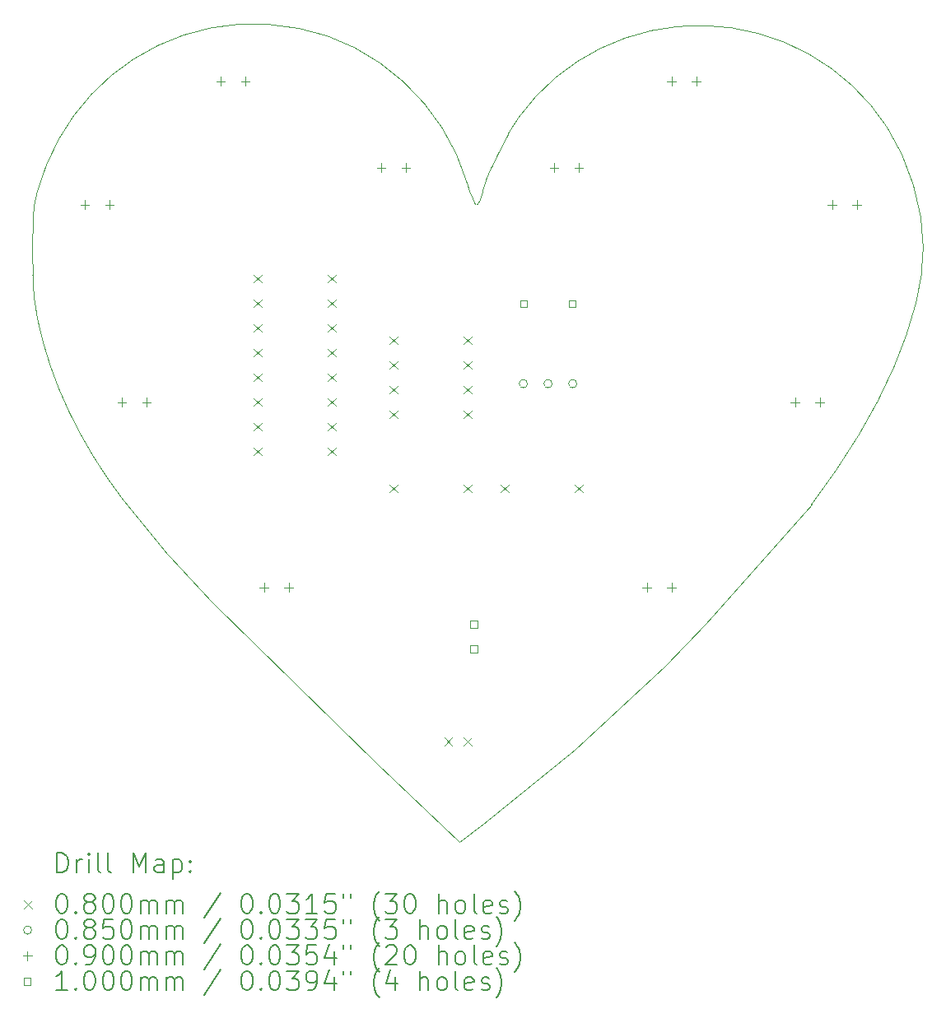
<source format=gbr>
%TF.GenerationSoftware,KiCad,Pcbnew,9.0.6*%
%TF.CreationDate,2026-02-17T17:24:49+05:30*%
%TF.ProjectId,blinky,626c696e-6b79-42e6-9b69-6361645f7063,rev?*%
%TF.SameCoordinates,Original*%
%TF.FileFunction,Drillmap*%
%TF.FilePolarity,Positive*%
%FSLAX45Y45*%
G04 Gerber Fmt 4.5, Leading zero omitted, Abs format (unit mm)*
G04 Created by KiCad (PCBNEW 9.0.6) date 2026-02-17 17:24:49*
%MOMM*%
%LPD*%
G01*
G04 APERTURE LIST*
%ADD10C,0.060000*%
%ADD11C,0.050000*%
%ADD12C,0.200000*%
%ADD13C,0.100000*%
G04 APERTURE END LIST*
D10*
X15487009Y-8118130D02*
X15541693Y-7994553D01*
X13191184Y-6654712D02*
G75*
G02*
X13503490Y-6695761I-205704J-2773578D01*
G01*
X17682267Y-6666560D02*
G75*
G02*
X18748596Y-6959822I-63177J-2314990D01*
G01*
X19923490Y-8953500D02*
G75*
G02*
X19849538Y-9520581I-2322730J14540D01*
G01*
X12633184Y-12622181D02*
G75*
G02*
X11690411Y-11537748I8015206J7920201D01*
G01*
X14072398Y-6891686D02*
G75*
G02*
X14579793Y-7245554I-1068618J-2072944D01*
G01*
X16336297Y-14113336D02*
X15400184Y-14875187D01*
X12314286Y-6765707D02*
G75*
G02*
X12601991Y-6689417I732924J-2183353D01*
G01*
X11690412Y-11537748D02*
G75*
G02*
X11138841Y-10637216I4111558J3137488D01*
G01*
X15151879Y-15064173D02*
X14305184Y-14260701D01*
X15391661Y-8380086D02*
G75*
G02*
X15487008Y-8118130I1322189J-332924D01*
G01*
X15339636Y-8508166D02*
G75*
G02*
X15325920Y-8512723I-9896J6866D01*
G01*
X11138841Y-10637216D02*
G75*
G02*
X10816305Y-9688673I3788039J1817166D01*
G01*
X15765042Y-7610042D02*
G75*
G02*
X16603580Y-6901445I1833258J-1318988D01*
G01*
X14305184Y-14260701D02*
X12633184Y-12622181D01*
X19262960Y-10875492D02*
G75*
G02*
X18774263Y-11595250I-7285450J4420852D01*
G01*
X15325919Y-8512726D02*
G75*
G02*
X15311381Y-8499589I7721J23156D01*
G01*
X15400184Y-14875187D02*
X15151879Y-15064173D01*
X11034179Y-7835379D02*
G75*
G02*
X11370038Y-7373437I2043241J-1132491D01*
G01*
D11*
X19923760Y-8953500D02*
X19923490Y-8938959D01*
D10*
X10816305Y-9688673D02*
G75*
G02*
X10767773Y-9227751I2197815J464433D01*
G01*
X14978804Y-7722608D02*
G75*
G02*
X15230459Y-8278983I-1854874J-1174082D01*
G01*
X10767773Y-9227751D02*
X10759373Y-8996826D01*
X10771475Y-8622649D02*
G75*
G02*
X10814253Y-8371986I1236295J-82001D01*
G01*
X19624728Y-10175254D02*
G75*
G02*
X19262959Y-10875492I-5280988J2284784D01*
G01*
X15541693Y-7994553D02*
X15652602Y-7784633D01*
X11370038Y-7373437D02*
G75*
G02*
X11804451Y-7010671I1674522J-1563753D01*
G01*
X19552591Y-7713408D02*
G75*
G02*
X19704605Y-7992862I-1759171J-1138002D01*
G01*
X19704604Y-7992862D02*
G75*
G02*
X19822596Y-8308208I-2394874J-1075828D01*
G01*
X17273101Y-13251972D02*
X16336297Y-14113336D01*
X11804450Y-7010670D02*
G75*
G02*
X12314286Y-6765708I1237320J-1922170D01*
G01*
X15652602Y-7784633D02*
G75*
G02*
X15765042Y-7610042I1749298J-1003077D01*
G01*
X15257774Y-8365477D02*
X15285572Y-8439971D01*
X12892476Y-6652430D02*
G75*
G02*
X13191184Y-6654712I132194J-2247450D01*
G01*
X10814252Y-8371985D02*
G75*
G02*
X11034179Y-7835379I2390028J-666175D01*
G01*
X16603580Y-6901446D02*
G75*
G02*
X17682267Y-6666560I1015770J-2070494D01*
G01*
X14579793Y-7245554D02*
G75*
G02*
X14978804Y-7722608I-1593713J-1738386D01*
G01*
X18774263Y-11595250D02*
X17688409Y-12824485D01*
X15285572Y-8439971D02*
X15311382Y-8499589D01*
X19849494Y-9520570D02*
G75*
G02*
X19624728Y-10175254I-4321424J1117700D01*
G01*
X13503490Y-6695762D02*
G75*
G02*
X14072397Y-6891686I-389680J-2055448D01*
G01*
D11*
X17273101Y-13251972D02*
X17688409Y-12824485D01*
D10*
X18748596Y-6959822D02*
G75*
G02*
X19552592Y-7713407I-1114306J-1994528D01*
G01*
X15230458Y-8278983D02*
X15257774Y-8365477D01*
X15357539Y-8477866D02*
G75*
G02*
X15339636Y-8508167I-214619J106366D01*
G01*
X12601991Y-6689416D02*
G75*
G02*
X12892476Y-6652430I417209J-2117464D01*
G01*
X19822596Y-8308208D02*
G75*
G02*
X19898250Y-8632581I-2464096J-745712D01*
G01*
X10759373Y-8996826D02*
X10771475Y-8622649D01*
X19898250Y-8632581D02*
G75*
G02*
X19923490Y-8938959I-1846770J-306369D01*
G01*
D11*
X15357539Y-8477866D02*
X15391661Y-8380086D01*
D12*
D13*
X13041500Y-9231000D02*
X13121500Y-9311000D01*
X13121500Y-9231000D02*
X13041500Y-9311000D01*
X13041500Y-9485000D02*
X13121500Y-9565000D01*
X13121500Y-9485000D02*
X13041500Y-9565000D01*
X13041500Y-9739000D02*
X13121500Y-9819000D01*
X13121500Y-9739000D02*
X13041500Y-9819000D01*
X13041500Y-9993000D02*
X13121500Y-10073000D01*
X13121500Y-9993000D02*
X13041500Y-10073000D01*
X13041500Y-10247000D02*
X13121500Y-10327000D01*
X13121500Y-10247000D02*
X13041500Y-10327000D01*
X13041500Y-10501000D02*
X13121500Y-10581000D01*
X13121500Y-10501000D02*
X13041500Y-10581000D01*
X13041500Y-10755000D02*
X13121500Y-10835000D01*
X13121500Y-10755000D02*
X13041500Y-10835000D01*
X13041500Y-11009000D02*
X13121500Y-11089000D01*
X13121500Y-11009000D02*
X13041500Y-11089000D01*
X13803500Y-9231000D02*
X13883500Y-9311000D01*
X13883500Y-9231000D02*
X13803500Y-9311000D01*
X13803500Y-9485000D02*
X13883500Y-9565000D01*
X13883500Y-9485000D02*
X13803500Y-9565000D01*
X13803500Y-9739000D02*
X13883500Y-9819000D01*
X13883500Y-9739000D02*
X13803500Y-9819000D01*
X13803500Y-9993000D02*
X13883500Y-10073000D01*
X13883500Y-9993000D02*
X13803500Y-10073000D01*
X13803500Y-10247000D02*
X13883500Y-10327000D01*
X13883500Y-10247000D02*
X13803500Y-10327000D01*
X13803500Y-10501000D02*
X13883500Y-10581000D01*
X13883500Y-10501000D02*
X13803500Y-10581000D01*
X13803500Y-10755000D02*
X13883500Y-10835000D01*
X13883500Y-10755000D02*
X13803500Y-10835000D01*
X13803500Y-11009000D02*
X13883500Y-11089000D01*
X13883500Y-11009000D02*
X13803500Y-11089000D01*
X14438000Y-9866000D02*
X14518000Y-9946000D01*
X14518000Y-9866000D02*
X14438000Y-9946000D01*
X14438000Y-10120000D02*
X14518000Y-10200000D01*
X14518000Y-10120000D02*
X14438000Y-10200000D01*
X14438000Y-10374000D02*
X14518000Y-10454000D01*
X14518000Y-10374000D02*
X14438000Y-10454000D01*
X14438000Y-10628000D02*
X14518000Y-10708000D01*
X14518000Y-10628000D02*
X14438000Y-10708000D01*
X14438000Y-11390000D02*
X14518000Y-11470000D01*
X14518000Y-11390000D02*
X14438000Y-11470000D01*
X15000000Y-13993500D02*
X15080000Y-14073500D01*
X15080000Y-13993500D02*
X15000000Y-14073500D01*
X15200000Y-9866000D02*
X15280000Y-9946000D01*
X15280000Y-9866000D02*
X15200000Y-9946000D01*
X15200000Y-10120000D02*
X15280000Y-10200000D01*
X15280000Y-10120000D02*
X15200000Y-10200000D01*
X15200000Y-10374000D02*
X15280000Y-10454000D01*
X15280000Y-10374000D02*
X15200000Y-10454000D01*
X15200000Y-10628000D02*
X15280000Y-10708000D01*
X15280000Y-10628000D02*
X15200000Y-10708000D01*
X15200000Y-11390000D02*
X15280000Y-11470000D01*
X15280000Y-11390000D02*
X15200000Y-11470000D01*
X15200000Y-13993500D02*
X15280000Y-14073500D01*
X15280000Y-13993500D02*
X15200000Y-14073500D01*
X15581000Y-11390000D02*
X15661000Y-11470000D01*
X15661000Y-11390000D02*
X15581000Y-11470000D01*
X16343000Y-11390000D02*
X16423000Y-11470000D01*
X16423000Y-11390000D02*
X16343000Y-11470000D01*
X15854000Y-10350500D02*
G75*
G02*
X15769000Y-10350500I-42500J0D01*
G01*
X15769000Y-10350500D02*
G75*
G02*
X15854000Y-10350500I42500J0D01*
G01*
X16108000Y-10350500D02*
G75*
G02*
X16023000Y-10350500I-42500J0D01*
G01*
X16023000Y-10350500D02*
G75*
G02*
X16108000Y-10350500I42500J0D01*
G01*
X16362000Y-10350500D02*
G75*
G02*
X16277000Y-10350500I-42500J0D01*
G01*
X16277000Y-10350500D02*
G75*
G02*
X16362000Y-10350500I42500J0D01*
G01*
X11303000Y-8464000D02*
X11303000Y-8554000D01*
X11258000Y-8509000D02*
X11348000Y-8509000D01*
X11557000Y-8464000D02*
X11557000Y-8554000D01*
X11512000Y-8509000D02*
X11602000Y-8509000D01*
X11684000Y-10496000D02*
X11684000Y-10586000D01*
X11639000Y-10541000D02*
X11729000Y-10541000D01*
X11938000Y-10496000D02*
X11938000Y-10586000D01*
X11893000Y-10541000D02*
X11983000Y-10541000D01*
X12700000Y-7194000D02*
X12700000Y-7284000D01*
X12655000Y-7239000D02*
X12745000Y-7239000D01*
X12954000Y-7194000D02*
X12954000Y-7284000D01*
X12909000Y-7239000D02*
X12999000Y-7239000D01*
X13144500Y-12401000D02*
X13144500Y-12491000D01*
X13099500Y-12446000D02*
X13189500Y-12446000D01*
X13398500Y-12401000D02*
X13398500Y-12491000D01*
X13353500Y-12446000D02*
X13443500Y-12446000D01*
X14351000Y-8083000D02*
X14351000Y-8173000D01*
X14306000Y-8128000D02*
X14396000Y-8128000D01*
X14605000Y-8083000D02*
X14605000Y-8173000D01*
X14560000Y-8128000D02*
X14650000Y-8128000D01*
X16129000Y-8083000D02*
X16129000Y-8173000D01*
X16084000Y-8128000D02*
X16174000Y-8128000D01*
X16383000Y-8083000D02*
X16383000Y-8173000D01*
X16338000Y-8128000D02*
X16428000Y-8128000D01*
X17081500Y-12401000D02*
X17081500Y-12491000D01*
X17036500Y-12446000D02*
X17126500Y-12446000D01*
X17335500Y-7194000D02*
X17335500Y-7284000D01*
X17290500Y-7239000D02*
X17380500Y-7239000D01*
X17335500Y-12401000D02*
X17335500Y-12491000D01*
X17290500Y-12446000D02*
X17380500Y-12446000D01*
X17589500Y-7194000D02*
X17589500Y-7284000D01*
X17544500Y-7239000D02*
X17634500Y-7239000D01*
X18605500Y-10496000D02*
X18605500Y-10586000D01*
X18560500Y-10541000D02*
X18650500Y-10541000D01*
X18859500Y-10496000D02*
X18859500Y-10586000D01*
X18814500Y-10541000D02*
X18904500Y-10541000D01*
X18986500Y-8464000D02*
X18986500Y-8554000D01*
X18941500Y-8509000D02*
X19031500Y-8509000D01*
X19240500Y-8464000D02*
X19240500Y-8554000D01*
X19195500Y-8509000D02*
X19285500Y-8509000D01*
X15338856Y-12861856D02*
X15338856Y-12791144D01*
X15268144Y-12791144D01*
X15268144Y-12861856D01*
X15338856Y-12861856D01*
X15338856Y-13115856D02*
X15338856Y-13045144D01*
X15268144Y-13045144D01*
X15268144Y-13115856D01*
X15338856Y-13115856D01*
X15850856Y-9560356D02*
X15850856Y-9489644D01*
X15780144Y-9489644D01*
X15780144Y-9560356D01*
X15850856Y-9560356D01*
X16350856Y-9560356D02*
X16350856Y-9489644D01*
X16280144Y-9489644D01*
X16280144Y-9560356D01*
X16350856Y-9560356D01*
D12*
X11017150Y-15378657D02*
X11017150Y-15178657D01*
X11017150Y-15178657D02*
X11064769Y-15178657D01*
X11064769Y-15178657D02*
X11093341Y-15188180D01*
X11093341Y-15188180D02*
X11112388Y-15207228D01*
X11112388Y-15207228D02*
X11121912Y-15226276D01*
X11121912Y-15226276D02*
X11131436Y-15264371D01*
X11131436Y-15264371D02*
X11131436Y-15292942D01*
X11131436Y-15292942D02*
X11121912Y-15331037D01*
X11121912Y-15331037D02*
X11112388Y-15350085D01*
X11112388Y-15350085D02*
X11093341Y-15369133D01*
X11093341Y-15369133D02*
X11064769Y-15378657D01*
X11064769Y-15378657D02*
X11017150Y-15378657D01*
X11217150Y-15378657D02*
X11217150Y-15245323D01*
X11217150Y-15283418D02*
X11226674Y-15264371D01*
X11226674Y-15264371D02*
X11236198Y-15254847D01*
X11236198Y-15254847D02*
X11255245Y-15245323D01*
X11255245Y-15245323D02*
X11274293Y-15245323D01*
X11340960Y-15378657D02*
X11340960Y-15245323D01*
X11340960Y-15178657D02*
X11331436Y-15188180D01*
X11331436Y-15188180D02*
X11340960Y-15197704D01*
X11340960Y-15197704D02*
X11350483Y-15188180D01*
X11350483Y-15188180D02*
X11340960Y-15178657D01*
X11340960Y-15178657D02*
X11340960Y-15197704D01*
X11464769Y-15378657D02*
X11445721Y-15369133D01*
X11445721Y-15369133D02*
X11436198Y-15350085D01*
X11436198Y-15350085D02*
X11436198Y-15178657D01*
X11569531Y-15378657D02*
X11550483Y-15369133D01*
X11550483Y-15369133D02*
X11540960Y-15350085D01*
X11540960Y-15350085D02*
X11540960Y-15178657D01*
X11798102Y-15378657D02*
X11798102Y-15178657D01*
X11798102Y-15178657D02*
X11864769Y-15321514D01*
X11864769Y-15321514D02*
X11931436Y-15178657D01*
X11931436Y-15178657D02*
X11931436Y-15378657D01*
X12112388Y-15378657D02*
X12112388Y-15273895D01*
X12112388Y-15273895D02*
X12102864Y-15254847D01*
X12102864Y-15254847D02*
X12083817Y-15245323D01*
X12083817Y-15245323D02*
X12045721Y-15245323D01*
X12045721Y-15245323D02*
X12026674Y-15254847D01*
X12112388Y-15369133D02*
X12093341Y-15378657D01*
X12093341Y-15378657D02*
X12045721Y-15378657D01*
X12045721Y-15378657D02*
X12026674Y-15369133D01*
X12026674Y-15369133D02*
X12017150Y-15350085D01*
X12017150Y-15350085D02*
X12017150Y-15331037D01*
X12017150Y-15331037D02*
X12026674Y-15311990D01*
X12026674Y-15311990D02*
X12045721Y-15302466D01*
X12045721Y-15302466D02*
X12093341Y-15302466D01*
X12093341Y-15302466D02*
X12112388Y-15292942D01*
X12207626Y-15245323D02*
X12207626Y-15445323D01*
X12207626Y-15254847D02*
X12226674Y-15245323D01*
X12226674Y-15245323D02*
X12264769Y-15245323D01*
X12264769Y-15245323D02*
X12283817Y-15254847D01*
X12283817Y-15254847D02*
X12293341Y-15264371D01*
X12293341Y-15264371D02*
X12302864Y-15283418D01*
X12302864Y-15283418D02*
X12302864Y-15340561D01*
X12302864Y-15340561D02*
X12293341Y-15359609D01*
X12293341Y-15359609D02*
X12283817Y-15369133D01*
X12283817Y-15369133D02*
X12264769Y-15378657D01*
X12264769Y-15378657D02*
X12226674Y-15378657D01*
X12226674Y-15378657D02*
X12207626Y-15369133D01*
X12388579Y-15359609D02*
X12398102Y-15369133D01*
X12398102Y-15369133D02*
X12388579Y-15378657D01*
X12388579Y-15378657D02*
X12379055Y-15369133D01*
X12379055Y-15369133D02*
X12388579Y-15359609D01*
X12388579Y-15359609D02*
X12388579Y-15378657D01*
X12388579Y-15254847D02*
X12398102Y-15264371D01*
X12398102Y-15264371D02*
X12388579Y-15273895D01*
X12388579Y-15273895D02*
X12379055Y-15264371D01*
X12379055Y-15264371D02*
X12388579Y-15254847D01*
X12388579Y-15254847D02*
X12388579Y-15273895D01*
D13*
X10676373Y-15667173D02*
X10756373Y-15747173D01*
X10756373Y-15667173D02*
X10676373Y-15747173D01*
D12*
X11055245Y-15598657D02*
X11074293Y-15598657D01*
X11074293Y-15598657D02*
X11093341Y-15608180D01*
X11093341Y-15608180D02*
X11102864Y-15617704D01*
X11102864Y-15617704D02*
X11112388Y-15636752D01*
X11112388Y-15636752D02*
X11121912Y-15674847D01*
X11121912Y-15674847D02*
X11121912Y-15722466D01*
X11121912Y-15722466D02*
X11112388Y-15760561D01*
X11112388Y-15760561D02*
X11102864Y-15779609D01*
X11102864Y-15779609D02*
X11093341Y-15789133D01*
X11093341Y-15789133D02*
X11074293Y-15798657D01*
X11074293Y-15798657D02*
X11055245Y-15798657D01*
X11055245Y-15798657D02*
X11036198Y-15789133D01*
X11036198Y-15789133D02*
X11026674Y-15779609D01*
X11026674Y-15779609D02*
X11017150Y-15760561D01*
X11017150Y-15760561D02*
X11007626Y-15722466D01*
X11007626Y-15722466D02*
X11007626Y-15674847D01*
X11007626Y-15674847D02*
X11017150Y-15636752D01*
X11017150Y-15636752D02*
X11026674Y-15617704D01*
X11026674Y-15617704D02*
X11036198Y-15608180D01*
X11036198Y-15608180D02*
X11055245Y-15598657D01*
X11207626Y-15779609D02*
X11217150Y-15789133D01*
X11217150Y-15789133D02*
X11207626Y-15798657D01*
X11207626Y-15798657D02*
X11198102Y-15789133D01*
X11198102Y-15789133D02*
X11207626Y-15779609D01*
X11207626Y-15779609D02*
X11207626Y-15798657D01*
X11331436Y-15684371D02*
X11312388Y-15674847D01*
X11312388Y-15674847D02*
X11302864Y-15665323D01*
X11302864Y-15665323D02*
X11293341Y-15646276D01*
X11293341Y-15646276D02*
X11293341Y-15636752D01*
X11293341Y-15636752D02*
X11302864Y-15617704D01*
X11302864Y-15617704D02*
X11312388Y-15608180D01*
X11312388Y-15608180D02*
X11331436Y-15598657D01*
X11331436Y-15598657D02*
X11369531Y-15598657D01*
X11369531Y-15598657D02*
X11388579Y-15608180D01*
X11388579Y-15608180D02*
X11398102Y-15617704D01*
X11398102Y-15617704D02*
X11407626Y-15636752D01*
X11407626Y-15636752D02*
X11407626Y-15646276D01*
X11407626Y-15646276D02*
X11398102Y-15665323D01*
X11398102Y-15665323D02*
X11388579Y-15674847D01*
X11388579Y-15674847D02*
X11369531Y-15684371D01*
X11369531Y-15684371D02*
X11331436Y-15684371D01*
X11331436Y-15684371D02*
X11312388Y-15693895D01*
X11312388Y-15693895D02*
X11302864Y-15703418D01*
X11302864Y-15703418D02*
X11293341Y-15722466D01*
X11293341Y-15722466D02*
X11293341Y-15760561D01*
X11293341Y-15760561D02*
X11302864Y-15779609D01*
X11302864Y-15779609D02*
X11312388Y-15789133D01*
X11312388Y-15789133D02*
X11331436Y-15798657D01*
X11331436Y-15798657D02*
X11369531Y-15798657D01*
X11369531Y-15798657D02*
X11388579Y-15789133D01*
X11388579Y-15789133D02*
X11398102Y-15779609D01*
X11398102Y-15779609D02*
X11407626Y-15760561D01*
X11407626Y-15760561D02*
X11407626Y-15722466D01*
X11407626Y-15722466D02*
X11398102Y-15703418D01*
X11398102Y-15703418D02*
X11388579Y-15693895D01*
X11388579Y-15693895D02*
X11369531Y-15684371D01*
X11531436Y-15598657D02*
X11550483Y-15598657D01*
X11550483Y-15598657D02*
X11569531Y-15608180D01*
X11569531Y-15608180D02*
X11579055Y-15617704D01*
X11579055Y-15617704D02*
X11588579Y-15636752D01*
X11588579Y-15636752D02*
X11598102Y-15674847D01*
X11598102Y-15674847D02*
X11598102Y-15722466D01*
X11598102Y-15722466D02*
X11588579Y-15760561D01*
X11588579Y-15760561D02*
X11579055Y-15779609D01*
X11579055Y-15779609D02*
X11569531Y-15789133D01*
X11569531Y-15789133D02*
X11550483Y-15798657D01*
X11550483Y-15798657D02*
X11531436Y-15798657D01*
X11531436Y-15798657D02*
X11512388Y-15789133D01*
X11512388Y-15789133D02*
X11502864Y-15779609D01*
X11502864Y-15779609D02*
X11493341Y-15760561D01*
X11493341Y-15760561D02*
X11483817Y-15722466D01*
X11483817Y-15722466D02*
X11483817Y-15674847D01*
X11483817Y-15674847D02*
X11493341Y-15636752D01*
X11493341Y-15636752D02*
X11502864Y-15617704D01*
X11502864Y-15617704D02*
X11512388Y-15608180D01*
X11512388Y-15608180D02*
X11531436Y-15598657D01*
X11721912Y-15598657D02*
X11740960Y-15598657D01*
X11740960Y-15598657D02*
X11760007Y-15608180D01*
X11760007Y-15608180D02*
X11769531Y-15617704D01*
X11769531Y-15617704D02*
X11779055Y-15636752D01*
X11779055Y-15636752D02*
X11788579Y-15674847D01*
X11788579Y-15674847D02*
X11788579Y-15722466D01*
X11788579Y-15722466D02*
X11779055Y-15760561D01*
X11779055Y-15760561D02*
X11769531Y-15779609D01*
X11769531Y-15779609D02*
X11760007Y-15789133D01*
X11760007Y-15789133D02*
X11740960Y-15798657D01*
X11740960Y-15798657D02*
X11721912Y-15798657D01*
X11721912Y-15798657D02*
X11702864Y-15789133D01*
X11702864Y-15789133D02*
X11693341Y-15779609D01*
X11693341Y-15779609D02*
X11683817Y-15760561D01*
X11683817Y-15760561D02*
X11674293Y-15722466D01*
X11674293Y-15722466D02*
X11674293Y-15674847D01*
X11674293Y-15674847D02*
X11683817Y-15636752D01*
X11683817Y-15636752D02*
X11693341Y-15617704D01*
X11693341Y-15617704D02*
X11702864Y-15608180D01*
X11702864Y-15608180D02*
X11721912Y-15598657D01*
X11874293Y-15798657D02*
X11874293Y-15665323D01*
X11874293Y-15684371D02*
X11883817Y-15674847D01*
X11883817Y-15674847D02*
X11902864Y-15665323D01*
X11902864Y-15665323D02*
X11931436Y-15665323D01*
X11931436Y-15665323D02*
X11950483Y-15674847D01*
X11950483Y-15674847D02*
X11960007Y-15693895D01*
X11960007Y-15693895D02*
X11960007Y-15798657D01*
X11960007Y-15693895D02*
X11969531Y-15674847D01*
X11969531Y-15674847D02*
X11988579Y-15665323D01*
X11988579Y-15665323D02*
X12017150Y-15665323D01*
X12017150Y-15665323D02*
X12036198Y-15674847D01*
X12036198Y-15674847D02*
X12045722Y-15693895D01*
X12045722Y-15693895D02*
X12045722Y-15798657D01*
X12140960Y-15798657D02*
X12140960Y-15665323D01*
X12140960Y-15684371D02*
X12150483Y-15674847D01*
X12150483Y-15674847D02*
X12169531Y-15665323D01*
X12169531Y-15665323D02*
X12198103Y-15665323D01*
X12198103Y-15665323D02*
X12217150Y-15674847D01*
X12217150Y-15674847D02*
X12226674Y-15693895D01*
X12226674Y-15693895D02*
X12226674Y-15798657D01*
X12226674Y-15693895D02*
X12236198Y-15674847D01*
X12236198Y-15674847D02*
X12255245Y-15665323D01*
X12255245Y-15665323D02*
X12283817Y-15665323D01*
X12283817Y-15665323D02*
X12302864Y-15674847D01*
X12302864Y-15674847D02*
X12312388Y-15693895D01*
X12312388Y-15693895D02*
X12312388Y-15798657D01*
X12702864Y-15589133D02*
X12531436Y-15846276D01*
X12960007Y-15598657D02*
X12979055Y-15598657D01*
X12979055Y-15598657D02*
X12998103Y-15608180D01*
X12998103Y-15608180D02*
X13007626Y-15617704D01*
X13007626Y-15617704D02*
X13017150Y-15636752D01*
X13017150Y-15636752D02*
X13026674Y-15674847D01*
X13026674Y-15674847D02*
X13026674Y-15722466D01*
X13026674Y-15722466D02*
X13017150Y-15760561D01*
X13017150Y-15760561D02*
X13007626Y-15779609D01*
X13007626Y-15779609D02*
X12998103Y-15789133D01*
X12998103Y-15789133D02*
X12979055Y-15798657D01*
X12979055Y-15798657D02*
X12960007Y-15798657D01*
X12960007Y-15798657D02*
X12940960Y-15789133D01*
X12940960Y-15789133D02*
X12931436Y-15779609D01*
X12931436Y-15779609D02*
X12921912Y-15760561D01*
X12921912Y-15760561D02*
X12912388Y-15722466D01*
X12912388Y-15722466D02*
X12912388Y-15674847D01*
X12912388Y-15674847D02*
X12921912Y-15636752D01*
X12921912Y-15636752D02*
X12931436Y-15617704D01*
X12931436Y-15617704D02*
X12940960Y-15608180D01*
X12940960Y-15608180D02*
X12960007Y-15598657D01*
X13112388Y-15779609D02*
X13121912Y-15789133D01*
X13121912Y-15789133D02*
X13112388Y-15798657D01*
X13112388Y-15798657D02*
X13102865Y-15789133D01*
X13102865Y-15789133D02*
X13112388Y-15779609D01*
X13112388Y-15779609D02*
X13112388Y-15798657D01*
X13245722Y-15598657D02*
X13264769Y-15598657D01*
X13264769Y-15598657D02*
X13283817Y-15608180D01*
X13283817Y-15608180D02*
X13293341Y-15617704D01*
X13293341Y-15617704D02*
X13302865Y-15636752D01*
X13302865Y-15636752D02*
X13312388Y-15674847D01*
X13312388Y-15674847D02*
X13312388Y-15722466D01*
X13312388Y-15722466D02*
X13302865Y-15760561D01*
X13302865Y-15760561D02*
X13293341Y-15779609D01*
X13293341Y-15779609D02*
X13283817Y-15789133D01*
X13283817Y-15789133D02*
X13264769Y-15798657D01*
X13264769Y-15798657D02*
X13245722Y-15798657D01*
X13245722Y-15798657D02*
X13226674Y-15789133D01*
X13226674Y-15789133D02*
X13217150Y-15779609D01*
X13217150Y-15779609D02*
X13207626Y-15760561D01*
X13207626Y-15760561D02*
X13198103Y-15722466D01*
X13198103Y-15722466D02*
X13198103Y-15674847D01*
X13198103Y-15674847D02*
X13207626Y-15636752D01*
X13207626Y-15636752D02*
X13217150Y-15617704D01*
X13217150Y-15617704D02*
X13226674Y-15608180D01*
X13226674Y-15608180D02*
X13245722Y-15598657D01*
X13379055Y-15598657D02*
X13502865Y-15598657D01*
X13502865Y-15598657D02*
X13436198Y-15674847D01*
X13436198Y-15674847D02*
X13464769Y-15674847D01*
X13464769Y-15674847D02*
X13483817Y-15684371D01*
X13483817Y-15684371D02*
X13493341Y-15693895D01*
X13493341Y-15693895D02*
X13502865Y-15712942D01*
X13502865Y-15712942D02*
X13502865Y-15760561D01*
X13502865Y-15760561D02*
X13493341Y-15779609D01*
X13493341Y-15779609D02*
X13483817Y-15789133D01*
X13483817Y-15789133D02*
X13464769Y-15798657D01*
X13464769Y-15798657D02*
X13407626Y-15798657D01*
X13407626Y-15798657D02*
X13388579Y-15789133D01*
X13388579Y-15789133D02*
X13379055Y-15779609D01*
X13693341Y-15798657D02*
X13579055Y-15798657D01*
X13636198Y-15798657D02*
X13636198Y-15598657D01*
X13636198Y-15598657D02*
X13617150Y-15627228D01*
X13617150Y-15627228D02*
X13598103Y-15646276D01*
X13598103Y-15646276D02*
X13579055Y-15655799D01*
X13874293Y-15598657D02*
X13779055Y-15598657D01*
X13779055Y-15598657D02*
X13769531Y-15693895D01*
X13769531Y-15693895D02*
X13779055Y-15684371D01*
X13779055Y-15684371D02*
X13798103Y-15674847D01*
X13798103Y-15674847D02*
X13845722Y-15674847D01*
X13845722Y-15674847D02*
X13864769Y-15684371D01*
X13864769Y-15684371D02*
X13874293Y-15693895D01*
X13874293Y-15693895D02*
X13883817Y-15712942D01*
X13883817Y-15712942D02*
X13883817Y-15760561D01*
X13883817Y-15760561D02*
X13874293Y-15779609D01*
X13874293Y-15779609D02*
X13864769Y-15789133D01*
X13864769Y-15789133D02*
X13845722Y-15798657D01*
X13845722Y-15798657D02*
X13798103Y-15798657D01*
X13798103Y-15798657D02*
X13779055Y-15789133D01*
X13779055Y-15789133D02*
X13769531Y-15779609D01*
X13960007Y-15598657D02*
X13960007Y-15636752D01*
X14036198Y-15598657D02*
X14036198Y-15636752D01*
X14331436Y-15874847D02*
X14321912Y-15865323D01*
X14321912Y-15865323D02*
X14302865Y-15836752D01*
X14302865Y-15836752D02*
X14293341Y-15817704D01*
X14293341Y-15817704D02*
X14283817Y-15789133D01*
X14283817Y-15789133D02*
X14274293Y-15741514D01*
X14274293Y-15741514D02*
X14274293Y-15703418D01*
X14274293Y-15703418D02*
X14283817Y-15655799D01*
X14283817Y-15655799D02*
X14293341Y-15627228D01*
X14293341Y-15627228D02*
X14302865Y-15608180D01*
X14302865Y-15608180D02*
X14321912Y-15579609D01*
X14321912Y-15579609D02*
X14331436Y-15570085D01*
X14388579Y-15598657D02*
X14512388Y-15598657D01*
X14512388Y-15598657D02*
X14445722Y-15674847D01*
X14445722Y-15674847D02*
X14474293Y-15674847D01*
X14474293Y-15674847D02*
X14493341Y-15684371D01*
X14493341Y-15684371D02*
X14502865Y-15693895D01*
X14502865Y-15693895D02*
X14512388Y-15712942D01*
X14512388Y-15712942D02*
X14512388Y-15760561D01*
X14512388Y-15760561D02*
X14502865Y-15779609D01*
X14502865Y-15779609D02*
X14493341Y-15789133D01*
X14493341Y-15789133D02*
X14474293Y-15798657D01*
X14474293Y-15798657D02*
X14417150Y-15798657D01*
X14417150Y-15798657D02*
X14398103Y-15789133D01*
X14398103Y-15789133D02*
X14388579Y-15779609D01*
X14636198Y-15598657D02*
X14655246Y-15598657D01*
X14655246Y-15598657D02*
X14674293Y-15608180D01*
X14674293Y-15608180D02*
X14683817Y-15617704D01*
X14683817Y-15617704D02*
X14693341Y-15636752D01*
X14693341Y-15636752D02*
X14702865Y-15674847D01*
X14702865Y-15674847D02*
X14702865Y-15722466D01*
X14702865Y-15722466D02*
X14693341Y-15760561D01*
X14693341Y-15760561D02*
X14683817Y-15779609D01*
X14683817Y-15779609D02*
X14674293Y-15789133D01*
X14674293Y-15789133D02*
X14655246Y-15798657D01*
X14655246Y-15798657D02*
X14636198Y-15798657D01*
X14636198Y-15798657D02*
X14617150Y-15789133D01*
X14617150Y-15789133D02*
X14607627Y-15779609D01*
X14607627Y-15779609D02*
X14598103Y-15760561D01*
X14598103Y-15760561D02*
X14588579Y-15722466D01*
X14588579Y-15722466D02*
X14588579Y-15674847D01*
X14588579Y-15674847D02*
X14598103Y-15636752D01*
X14598103Y-15636752D02*
X14607627Y-15617704D01*
X14607627Y-15617704D02*
X14617150Y-15608180D01*
X14617150Y-15608180D02*
X14636198Y-15598657D01*
X14940960Y-15798657D02*
X14940960Y-15598657D01*
X15026674Y-15798657D02*
X15026674Y-15693895D01*
X15026674Y-15693895D02*
X15017150Y-15674847D01*
X15017150Y-15674847D02*
X14998103Y-15665323D01*
X14998103Y-15665323D02*
X14969531Y-15665323D01*
X14969531Y-15665323D02*
X14950484Y-15674847D01*
X14950484Y-15674847D02*
X14940960Y-15684371D01*
X15150484Y-15798657D02*
X15131436Y-15789133D01*
X15131436Y-15789133D02*
X15121912Y-15779609D01*
X15121912Y-15779609D02*
X15112389Y-15760561D01*
X15112389Y-15760561D02*
X15112389Y-15703418D01*
X15112389Y-15703418D02*
X15121912Y-15684371D01*
X15121912Y-15684371D02*
X15131436Y-15674847D01*
X15131436Y-15674847D02*
X15150484Y-15665323D01*
X15150484Y-15665323D02*
X15179055Y-15665323D01*
X15179055Y-15665323D02*
X15198103Y-15674847D01*
X15198103Y-15674847D02*
X15207627Y-15684371D01*
X15207627Y-15684371D02*
X15217150Y-15703418D01*
X15217150Y-15703418D02*
X15217150Y-15760561D01*
X15217150Y-15760561D02*
X15207627Y-15779609D01*
X15207627Y-15779609D02*
X15198103Y-15789133D01*
X15198103Y-15789133D02*
X15179055Y-15798657D01*
X15179055Y-15798657D02*
X15150484Y-15798657D01*
X15331436Y-15798657D02*
X15312389Y-15789133D01*
X15312389Y-15789133D02*
X15302865Y-15770085D01*
X15302865Y-15770085D02*
X15302865Y-15598657D01*
X15483817Y-15789133D02*
X15464770Y-15798657D01*
X15464770Y-15798657D02*
X15426674Y-15798657D01*
X15426674Y-15798657D02*
X15407627Y-15789133D01*
X15407627Y-15789133D02*
X15398103Y-15770085D01*
X15398103Y-15770085D02*
X15398103Y-15693895D01*
X15398103Y-15693895D02*
X15407627Y-15674847D01*
X15407627Y-15674847D02*
X15426674Y-15665323D01*
X15426674Y-15665323D02*
X15464770Y-15665323D01*
X15464770Y-15665323D02*
X15483817Y-15674847D01*
X15483817Y-15674847D02*
X15493341Y-15693895D01*
X15493341Y-15693895D02*
X15493341Y-15712942D01*
X15493341Y-15712942D02*
X15398103Y-15731990D01*
X15569531Y-15789133D02*
X15588579Y-15798657D01*
X15588579Y-15798657D02*
X15626674Y-15798657D01*
X15626674Y-15798657D02*
X15645722Y-15789133D01*
X15645722Y-15789133D02*
X15655246Y-15770085D01*
X15655246Y-15770085D02*
X15655246Y-15760561D01*
X15655246Y-15760561D02*
X15645722Y-15741514D01*
X15645722Y-15741514D02*
X15626674Y-15731990D01*
X15626674Y-15731990D02*
X15598103Y-15731990D01*
X15598103Y-15731990D02*
X15579055Y-15722466D01*
X15579055Y-15722466D02*
X15569531Y-15703418D01*
X15569531Y-15703418D02*
X15569531Y-15693895D01*
X15569531Y-15693895D02*
X15579055Y-15674847D01*
X15579055Y-15674847D02*
X15598103Y-15665323D01*
X15598103Y-15665323D02*
X15626674Y-15665323D01*
X15626674Y-15665323D02*
X15645722Y-15674847D01*
X15721912Y-15874847D02*
X15731436Y-15865323D01*
X15731436Y-15865323D02*
X15750484Y-15836752D01*
X15750484Y-15836752D02*
X15760008Y-15817704D01*
X15760008Y-15817704D02*
X15769531Y-15789133D01*
X15769531Y-15789133D02*
X15779055Y-15741514D01*
X15779055Y-15741514D02*
X15779055Y-15703418D01*
X15779055Y-15703418D02*
X15769531Y-15655799D01*
X15769531Y-15655799D02*
X15760008Y-15627228D01*
X15760008Y-15627228D02*
X15750484Y-15608180D01*
X15750484Y-15608180D02*
X15731436Y-15579609D01*
X15731436Y-15579609D02*
X15721912Y-15570085D01*
D13*
X10756373Y-15971173D02*
G75*
G02*
X10671373Y-15971173I-42500J0D01*
G01*
X10671373Y-15971173D02*
G75*
G02*
X10756373Y-15971173I42500J0D01*
G01*
D12*
X11055245Y-15862657D02*
X11074293Y-15862657D01*
X11074293Y-15862657D02*
X11093341Y-15872180D01*
X11093341Y-15872180D02*
X11102864Y-15881704D01*
X11102864Y-15881704D02*
X11112388Y-15900752D01*
X11112388Y-15900752D02*
X11121912Y-15938847D01*
X11121912Y-15938847D02*
X11121912Y-15986466D01*
X11121912Y-15986466D02*
X11112388Y-16024561D01*
X11112388Y-16024561D02*
X11102864Y-16043609D01*
X11102864Y-16043609D02*
X11093341Y-16053133D01*
X11093341Y-16053133D02*
X11074293Y-16062657D01*
X11074293Y-16062657D02*
X11055245Y-16062657D01*
X11055245Y-16062657D02*
X11036198Y-16053133D01*
X11036198Y-16053133D02*
X11026674Y-16043609D01*
X11026674Y-16043609D02*
X11017150Y-16024561D01*
X11017150Y-16024561D02*
X11007626Y-15986466D01*
X11007626Y-15986466D02*
X11007626Y-15938847D01*
X11007626Y-15938847D02*
X11017150Y-15900752D01*
X11017150Y-15900752D02*
X11026674Y-15881704D01*
X11026674Y-15881704D02*
X11036198Y-15872180D01*
X11036198Y-15872180D02*
X11055245Y-15862657D01*
X11207626Y-16043609D02*
X11217150Y-16053133D01*
X11217150Y-16053133D02*
X11207626Y-16062657D01*
X11207626Y-16062657D02*
X11198102Y-16053133D01*
X11198102Y-16053133D02*
X11207626Y-16043609D01*
X11207626Y-16043609D02*
X11207626Y-16062657D01*
X11331436Y-15948371D02*
X11312388Y-15938847D01*
X11312388Y-15938847D02*
X11302864Y-15929323D01*
X11302864Y-15929323D02*
X11293341Y-15910276D01*
X11293341Y-15910276D02*
X11293341Y-15900752D01*
X11293341Y-15900752D02*
X11302864Y-15881704D01*
X11302864Y-15881704D02*
X11312388Y-15872180D01*
X11312388Y-15872180D02*
X11331436Y-15862657D01*
X11331436Y-15862657D02*
X11369531Y-15862657D01*
X11369531Y-15862657D02*
X11388579Y-15872180D01*
X11388579Y-15872180D02*
X11398102Y-15881704D01*
X11398102Y-15881704D02*
X11407626Y-15900752D01*
X11407626Y-15900752D02*
X11407626Y-15910276D01*
X11407626Y-15910276D02*
X11398102Y-15929323D01*
X11398102Y-15929323D02*
X11388579Y-15938847D01*
X11388579Y-15938847D02*
X11369531Y-15948371D01*
X11369531Y-15948371D02*
X11331436Y-15948371D01*
X11331436Y-15948371D02*
X11312388Y-15957895D01*
X11312388Y-15957895D02*
X11302864Y-15967418D01*
X11302864Y-15967418D02*
X11293341Y-15986466D01*
X11293341Y-15986466D02*
X11293341Y-16024561D01*
X11293341Y-16024561D02*
X11302864Y-16043609D01*
X11302864Y-16043609D02*
X11312388Y-16053133D01*
X11312388Y-16053133D02*
X11331436Y-16062657D01*
X11331436Y-16062657D02*
X11369531Y-16062657D01*
X11369531Y-16062657D02*
X11388579Y-16053133D01*
X11388579Y-16053133D02*
X11398102Y-16043609D01*
X11398102Y-16043609D02*
X11407626Y-16024561D01*
X11407626Y-16024561D02*
X11407626Y-15986466D01*
X11407626Y-15986466D02*
X11398102Y-15967418D01*
X11398102Y-15967418D02*
X11388579Y-15957895D01*
X11388579Y-15957895D02*
X11369531Y-15948371D01*
X11588579Y-15862657D02*
X11493341Y-15862657D01*
X11493341Y-15862657D02*
X11483817Y-15957895D01*
X11483817Y-15957895D02*
X11493341Y-15948371D01*
X11493341Y-15948371D02*
X11512388Y-15938847D01*
X11512388Y-15938847D02*
X11560007Y-15938847D01*
X11560007Y-15938847D02*
X11579055Y-15948371D01*
X11579055Y-15948371D02*
X11588579Y-15957895D01*
X11588579Y-15957895D02*
X11598102Y-15976942D01*
X11598102Y-15976942D02*
X11598102Y-16024561D01*
X11598102Y-16024561D02*
X11588579Y-16043609D01*
X11588579Y-16043609D02*
X11579055Y-16053133D01*
X11579055Y-16053133D02*
X11560007Y-16062657D01*
X11560007Y-16062657D02*
X11512388Y-16062657D01*
X11512388Y-16062657D02*
X11493341Y-16053133D01*
X11493341Y-16053133D02*
X11483817Y-16043609D01*
X11721912Y-15862657D02*
X11740960Y-15862657D01*
X11740960Y-15862657D02*
X11760007Y-15872180D01*
X11760007Y-15872180D02*
X11769531Y-15881704D01*
X11769531Y-15881704D02*
X11779055Y-15900752D01*
X11779055Y-15900752D02*
X11788579Y-15938847D01*
X11788579Y-15938847D02*
X11788579Y-15986466D01*
X11788579Y-15986466D02*
X11779055Y-16024561D01*
X11779055Y-16024561D02*
X11769531Y-16043609D01*
X11769531Y-16043609D02*
X11760007Y-16053133D01*
X11760007Y-16053133D02*
X11740960Y-16062657D01*
X11740960Y-16062657D02*
X11721912Y-16062657D01*
X11721912Y-16062657D02*
X11702864Y-16053133D01*
X11702864Y-16053133D02*
X11693341Y-16043609D01*
X11693341Y-16043609D02*
X11683817Y-16024561D01*
X11683817Y-16024561D02*
X11674293Y-15986466D01*
X11674293Y-15986466D02*
X11674293Y-15938847D01*
X11674293Y-15938847D02*
X11683817Y-15900752D01*
X11683817Y-15900752D02*
X11693341Y-15881704D01*
X11693341Y-15881704D02*
X11702864Y-15872180D01*
X11702864Y-15872180D02*
X11721912Y-15862657D01*
X11874293Y-16062657D02*
X11874293Y-15929323D01*
X11874293Y-15948371D02*
X11883817Y-15938847D01*
X11883817Y-15938847D02*
X11902864Y-15929323D01*
X11902864Y-15929323D02*
X11931436Y-15929323D01*
X11931436Y-15929323D02*
X11950483Y-15938847D01*
X11950483Y-15938847D02*
X11960007Y-15957895D01*
X11960007Y-15957895D02*
X11960007Y-16062657D01*
X11960007Y-15957895D02*
X11969531Y-15938847D01*
X11969531Y-15938847D02*
X11988579Y-15929323D01*
X11988579Y-15929323D02*
X12017150Y-15929323D01*
X12017150Y-15929323D02*
X12036198Y-15938847D01*
X12036198Y-15938847D02*
X12045722Y-15957895D01*
X12045722Y-15957895D02*
X12045722Y-16062657D01*
X12140960Y-16062657D02*
X12140960Y-15929323D01*
X12140960Y-15948371D02*
X12150483Y-15938847D01*
X12150483Y-15938847D02*
X12169531Y-15929323D01*
X12169531Y-15929323D02*
X12198103Y-15929323D01*
X12198103Y-15929323D02*
X12217150Y-15938847D01*
X12217150Y-15938847D02*
X12226674Y-15957895D01*
X12226674Y-15957895D02*
X12226674Y-16062657D01*
X12226674Y-15957895D02*
X12236198Y-15938847D01*
X12236198Y-15938847D02*
X12255245Y-15929323D01*
X12255245Y-15929323D02*
X12283817Y-15929323D01*
X12283817Y-15929323D02*
X12302864Y-15938847D01*
X12302864Y-15938847D02*
X12312388Y-15957895D01*
X12312388Y-15957895D02*
X12312388Y-16062657D01*
X12702864Y-15853133D02*
X12531436Y-16110276D01*
X12960007Y-15862657D02*
X12979055Y-15862657D01*
X12979055Y-15862657D02*
X12998103Y-15872180D01*
X12998103Y-15872180D02*
X13007626Y-15881704D01*
X13007626Y-15881704D02*
X13017150Y-15900752D01*
X13017150Y-15900752D02*
X13026674Y-15938847D01*
X13026674Y-15938847D02*
X13026674Y-15986466D01*
X13026674Y-15986466D02*
X13017150Y-16024561D01*
X13017150Y-16024561D02*
X13007626Y-16043609D01*
X13007626Y-16043609D02*
X12998103Y-16053133D01*
X12998103Y-16053133D02*
X12979055Y-16062657D01*
X12979055Y-16062657D02*
X12960007Y-16062657D01*
X12960007Y-16062657D02*
X12940960Y-16053133D01*
X12940960Y-16053133D02*
X12931436Y-16043609D01*
X12931436Y-16043609D02*
X12921912Y-16024561D01*
X12921912Y-16024561D02*
X12912388Y-15986466D01*
X12912388Y-15986466D02*
X12912388Y-15938847D01*
X12912388Y-15938847D02*
X12921912Y-15900752D01*
X12921912Y-15900752D02*
X12931436Y-15881704D01*
X12931436Y-15881704D02*
X12940960Y-15872180D01*
X12940960Y-15872180D02*
X12960007Y-15862657D01*
X13112388Y-16043609D02*
X13121912Y-16053133D01*
X13121912Y-16053133D02*
X13112388Y-16062657D01*
X13112388Y-16062657D02*
X13102865Y-16053133D01*
X13102865Y-16053133D02*
X13112388Y-16043609D01*
X13112388Y-16043609D02*
X13112388Y-16062657D01*
X13245722Y-15862657D02*
X13264769Y-15862657D01*
X13264769Y-15862657D02*
X13283817Y-15872180D01*
X13283817Y-15872180D02*
X13293341Y-15881704D01*
X13293341Y-15881704D02*
X13302865Y-15900752D01*
X13302865Y-15900752D02*
X13312388Y-15938847D01*
X13312388Y-15938847D02*
X13312388Y-15986466D01*
X13312388Y-15986466D02*
X13302865Y-16024561D01*
X13302865Y-16024561D02*
X13293341Y-16043609D01*
X13293341Y-16043609D02*
X13283817Y-16053133D01*
X13283817Y-16053133D02*
X13264769Y-16062657D01*
X13264769Y-16062657D02*
X13245722Y-16062657D01*
X13245722Y-16062657D02*
X13226674Y-16053133D01*
X13226674Y-16053133D02*
X13217150Y-16043609D01*
X13217150Y-16043609D02*
X13207626Y-16024561D01*
X13207626Y-16024561D02*
X13198103Y-15986466D01*
X13198103Y-15986466D02*
X13198103Y-15938847D01*
X13198103Y-15938847D02*
X13207626Y-15900752D01*
X13207626Y-15900752D02*
X13217150Y-15881704D01*
X13217150Y-15881704D02*
X13226674Y-15872180D01*
X13226674Y-15872180D02*
X13245722Y-15862657D01*
X13379055Y-15862657D02*
X13502865Y-15862657D01*
X13502865Y-15862657D02*
X13436198Y-15938847D01*
X13436198Y-15938847D02*
X13464769Y-15938847D01*
X13464769Y-15938847D02*
X13483817Y-15948371D01*
X13483817Y-15948371D02*
X13493341Y-15957895D01*
X13493341Y-15957895D02*
X13502865Y-15976942D01*
X13502865Y-15976942D02*
X13502865Y-16024561D01*
X13502865Y-16024561D02*
X13493341Y-16043609D01*
X13493341Y-16043609D02*
X13483817Y-16053133D01*
X13483817Y-16053133D02*
X13464769Y-16062657D01*
X13464769Y-16062657D02*
X13407626Y-16062657D01*
X13407626Y-16062657D02*
X13388579Y-16053133D01*
X13388579Y-16053133D02*
X13379055Y-16043609D01*
X13569531Y-15862657D02*
X13693341Y-15862657D01*
X13693341Y-15862657D02*
X13626674Y-15938847D01*
X13626674Y-15938847D02*
X13655246Y-15938847D01*
X13655246Y-15938847D02*
X13674293Y-15948371D01*
X13674293Y-15948371D02*
X13683817Y-15957895D01*
X13683817Y-15957895D02*
X13693341Y-15976942D01*
X13693341Y-15976942D02*
X13693341Y-16024561D01*
X13693341Y-16024561D02*
X13683817Y-16043609D01*
X13683817Y-16043609D02*
X13674293Y-16053133D01*
X13674293Y-16053133D02*
X13655246Y-16062657D01*
X13655246Y-16062657D02*
X13598103Y-16062657D01*
X13598103Y-16062657D02*
X13579055Y-16053133D01*
X13579055Y-16053133D02*
X13569531Y-16043609D01*
X13874293Y-15862657D02*
X13779055Y-15862657D01*
X13779055Y-15862657D02*
X13769531Y-15957895D01*
X13769531Y-15957895D02*
X13779055Y-15948371D01*
X13779055Y-15948371D02*
X13798103Y-15938847D01*
X13798103Y-15938847D02*
X13845722Y-15938847D01*
X13845722Y-15938847D02*
X13864769Y-15948371D01*
X13864769Y-15948371D02*
X13874293Y-15957895D01*
X13874293Y-15957895D02*
X13883817Y-15976942D01*
X13883817Y-15976942D02*
X13883817Y-16024561D01*
X13883817Y-16024561D02*
X13874293Y-16043609D01*
X13874293Y-16043609D02*
X13864769Y-16053133D01*
X13864769Y-16053133D02*
X13845722Y-16062657D01*
X13845722Y-16062657D02*
X13798103Y-16062657D01*
X13798103Y-16062657D02*
X13779055Y-16053133D01*
X13779055Y-16053133D02*
X13769531Y-16043609D01*
X13960007Y-15862657D02*
X13960007Y-15900752D01*
X14036198Y-15862657D02*
X14036198Y-15900752D01*
X14331436Y-16138847D02*
X14321912Y-16129323D01*
X14321912Y-16129323D02*
X14302865Y-16100752D01*
X14302865Y-16100752D02*
X14293341Y-16081704D01*
X14293341Y-16081704D02*
X14283817Y-16053133D01*
X14283817Y-16053133D02*
X14274293Y-16005514D01*
X14274293Y-16005514D02*
X14274293Y-15967418D01*
X14274293Y-15967418D02*
X14283817Y-15919799D01*
X14283817Y-15919799D02*
X14293341Y-15891228D01*
X14293341Y-15891228D02*
X14302865Y-15872180D01*
X14302865Y-15872180D02*
X14321912Y-15843609D01*
X14321912Y-15843609D02*
X14331436Y-15834085D01*
X14388579Y-15862657D02*
X14512388Y-15862657D01*
X14512388Y-15862657D02*
X14445722Y-15938847D01*
X14445722Y-15938847D02*
X14474293Y-15938847D01*
X14474293Y-15938847D02*
X14493341Y-15948371D01*
X14493341Y-15948371D02*
X14502865Y-15957895D01*
X14502865Y-15957895D02*
X14512388Y-15976942D01*
X14512388Y-15976942D02*
X14512388Y-16024561D01*
X14512388Y-16024561D02*
X14502865Y-16043609D01*
X14502865Y-16043609D02*
X14493341Y-16053133D01*
X14493341Y-16053133D02*
X14474293Y-16062657D01*
X14474293Y-16062657D02*
X14417150Y-16062657D01*
X14417150Y-16062657D02*
X14398103Y-16053133D01*
X14398103Y-16053133D02*
X14388579Y-16043609D01*
X14750484Y-16062657D02*
X14750484Y-15862657D01*
X14836198Y-16062657D02*
X14836198Y-15957895D01*
X14836198Y-15957895D02*
X14826674Y-15938847D01*
X14826674Y-15938847D02*
X14807627Y-15929323D01*
X14807627Y-15929323D02*
X14779055Y-15929323D01*
X14779055Y-15929323D02*
X14760008Y-15938847D01*
X14760008Y-15938847D02*
X14750484Y-15948371D01*
X14960008Y-16062657D02*
X14940960Y-16053133D01*
X14940960Y-16053133D02*
X14931436Y-16043609D01*
X14931436Y-16043609D02*
X14921912Y-16024561D01*
X14921912Y-16024561D02*
X14921912Y-15967418D01*
X14921912Y-15967418D02*
X14931436Y-15948371D01*
X14931436Y-15948371D02*
X14940960Y-15938847D01*
X14940960Y-15938847D02*
X14960008Y-15929323D01*
X14960008Y-15929323D02*
X14988579Y-15929323D01*
X14988579Y-15929323D02*
X15007627Y-15938847D01*
X15007627Y-15938847D02*
X15017150Y-15948371D01*
X15017150Y-15948371D02*
X15026674Y-15967418D01*
X15026674Y-15967418D02*
X15026674Y-16024561D01*
X15026674Y-16024561D02*
X15017150Y-16043609D01*
X15017150Y-16043609D02*
X15007627Y-16053133D01*
X15007627Y-16053133D02*
X14988579Y-16062657D01*
X14988579Y-16062657D02*
X14960008Y-16062657D01*
X15140960Y-16062657D02*
X15121912Y-16053133D01*
X15121912Y-16053133D02*
X15112389Y-16034085D01*
X15112389Y-16034085D02*
X15112389Y-15862657D01*
X15293341Y-16053133D02*
X15274293Y-16062657D01*
X15274293Y-16062657D02*
X15236198Y-16062657D01*
X15236198Y-16062657D02*
X15217150Y-16053133D01*
X15217150Y-16053133D02*
X15207627Y-16034085D01*
X15207627Y-16034085D02*
X15207627Y-15957895D01*
X15207627Y-15957895D02*
X15217150Y-15938847D01*
X15217150Y-15938847D02*
X15236198Y-15929323D01*
X15236198Y-15929323D02*
X15274293Y-15929323D01*
X15274293Y-15929323D02*
X15293341Y-15938847D01*
X15293341Y-15938847D02*
X15302865Y-15957895D01*
X15302865Y-15957895D02*
X15302865Y-15976942D01*
X15302865Y-15976942D02*
X15207627Y-15995990D01*
X15379055Y-16053133D02*
X15398103Y-16062657D01*
X15398103Y-16062657D02*
X15436198Y-16062657D01*
X15436198Y-16062657D02*
X15455246Y-16053133D01*
X15455246Y-16053133D02*
X15464770Y-16034085D01*
X15464770Y-16034085D02*
X15464770Y-16024561D01*
X15464770Y-16024561D02*
X15455246Y-16005514D01*
X15455246Y-16005514D02*
X15436198Y-15995990D01*
X15436198Y-15995990D02*
X15407627Y-15995990D01*
X15407627Y-15995990D02*
X15388579Y-15986466D01*
X15388579Y-15986466D02*
X15379055Y-15967418D01*
X15379055Y-15967418D02*
X15379055Y-15957895D01*
X15379055Y-15957895D02*
X15388579Y-15938847D01*
X15388579Y-15938847D02*
X15407627Y-15929323D01*
X15407627Y-15929323D02*
X15436198Y-15929323D01*
X15436198Y-15929323D02*
X15455246Y-15938847D01*
X15531436Y-16138847D02*
X15540960Y-16129323D01*
X15540960Y-16129323D02*
X15560008Y-16100752D01*
X15560008Y-16100752D02*
X15569531Y-16081704D01*
X15569531Y-16081704D02*
X15579055Y-16053133D01*
X15579055Y-16053133D02*
X15588579Y-16005514D01*
X15588579Y-16005514D02*
X15588579Y-15967418D01*
X15588579Y-15967418D02*
X15579055Y-15919799D01*
X15579055Y-15919799D02*
X15569531Y-15891228D01*
X15569531Y-15891228D02*
X15560008Y-15872180D01*
X15560008Y-15872180D02*
X15540960Y-15843609D01*
X15540960Y-15843609D02*
X15531436Y-15834085D01*
D13*
X10711373Y-16190173D02*
X10711373Y-16280173D01*
X10666373Y-16235173D02*
X10756373Y-16235173D01*
D12*
X11055245Y-16126657D02*
X11074293Y-16126657D01*
X11074293Y-16126657D02*
X11093341Y-16136180D01*
X11093341Y-16136180D02*
X11102864Y-16145704D01*
X11102864Y-16145704D02*
X11112388Y-16164752D01*
X11112388Y-16164752D02*
X11121912Y-16202847D01*
X11121912Y-16202847D02*
X11121912Y-16250466D01*
X11121912Y-16250466D02*
X11112388Y-16288561D01*
X11112388Y-16288561D02*
X11102864Y-16307609D01*
X11102864Y-16307609D02*
X11093341Y-16317133D01*
X11093341Y-16317133D02*
X11074293Y-16326657D01*
X11074293Y-16326657D02*
X11055245Y-16326657D01*
X11055245Y-16326657D02*
X11036198Y-16317133D01*
X11036198Y-16317133D02*
X11026674Y-16307609D01*
X11026674Y-16307609D02*
X11017150Y-16288561D01*
X11017150Y-16288561D02*
X11007626Y-16250466D01*
X11007626Y-16250466D02*
X11007626Y-16202847D01*
X11007626Y-16202847D02*
X11017150Y-16164752D01*
X11017150Y-16164752D02*
X11026674Y-16145704D01*
X11026674Y-16145704D02*
X11036198Y-16136180D01*
X11036198Y-16136180D02*
X11055245Y-16126657D01*
X11207626Y-16307609D02*
X11217150Y-16317133D01*
X11217150Y-16317133D02*
X11207626Y-16326657D01*
X11207626Y-16326657D02*
X11198102Y-16317133D01*
X11198102Y-16317133D02*
X11207626Y-16307609D01*
X11207626Y-16307609D02*
X11207626Y-16326657D01*
X11312388Y-16326657D02*
X11350483Y-16326657D01*
X11350483Y-16326657D02*
X11369531Y-16317133D01*
X11369531Y-16317133D02*
X11379055Y-16307609D01*
X11379055Y-16307609D02*
X11398102Y-16279037D01*
X11398102Y-16279037D02*
X11407626Y-16240942D01*
X11407626Y-16240942D02*
X11407626Y-16164752D01*
X11407626Y-16164752D02*
X11398102Y-16145704D01*
X11398102Y-16145704D02*
X11388579Y-16136180D01*
X11388579Y-16136180D02*
X11369531Y-16126657D01*
X11369531Y-16126657D02*
X11331436Y-16126657D01*
X11331436Y-16126657D02*
X11312388Y-16136180D01*
X11312388Y-16136180D02*
X11302864Y-16145704D01*
X11302864Y-16145704D02*
X11293341Y-16164752D01*
X11293341Y-16164752D02*
X11293341Y-16212371D01*
X11293341Y-16212371D02*
X11302864Y-16231418D01*
X11302864Y-16231418D02*
X11312388Y-16240942D01*
X11312388Y-16240942D02*
X11331436Y-16250466D01*
X11331436Y-16250466D02*
X11369531Y-16250466D01*
X11369531Y-16250466D02*
X11388579Y-16240942D01*
X11388579Y-16240942D02*
X11398102Y-16231418D01*
X11398102Y-16231418D02*
X11407626Y-16212371D01*
X11531436Y-16126657D02*
X11550483Y-16126657D01*
X11550483Y-16126657D02*
X11569531Y-16136180D01*
X11569531Y-16136180D02*
X11579055Y-16145704D01*
X11579055Y-16145704D02*
X11588579Y-16164752D01*
X11588579Y-16164752D02*
X11598102Y-16202847D01*
X11598102Y-16202847D02*
X11598102Y-16250466D01*
X11598102Y-16250466D02*
X11588579Y-16288561D01*
X11588579Y-16288561D02*
X11579055Y-16307609D01*
X11579055Y-16307609D02*
X11569531Y-16317133D01*
X11569531Y-16317133D02*
X11550483Y-16326657D01*
X11550483Y-16326657D02*
X11531436Y-16326657D01*
X11531436Y-16326657D02*
X11512388Y-16317133D01*
X11512388Y-16317133D02*
X11502864Y-16307609D01*
X11502864Y-16307609D02*
X11493341Y-16288561D01*
X11493341Y-16288561D02*
X11483817Y-16250466D01*
X11483817Y-16250466D02*
X11483817Y-16202847D01*
X11483817Y-16202847D02*
X11493341Y-16164752D01*
X11493341Y-16164752D02*
X11502864Y-16145704D01*
X11502864Y-16145704D02*
X11512388Y-16136180D01*
X11512388Y-16136180D02*
X11531436Y-16126657D01*
X11721912Y-16126657D02*
X11740960Y-16126657D01*
X11740960Y-16126657D02*
X11760007Y-16136180D01*
X11760007Y-16136180D02*
X11769531Y-16145704D01*
X11769531Y-16145704D02*
X11779055Y-16164752D01*
X11779055Y-16164752D02*
X11788579Y-16202847D01*
X11788579Y-16202847D02*
X11788579Y-16250466D01*
X11788579Y-16250466D02*
X11779055Y-16288561D01*
X11779055Y-16288561D02*
X11769531Y-16307609D01*
X11769531Y-16307609D02*
X11760007Y-16317133D01*
X11760007Y-16317133D02*
X11740960Y-16326657D01*
X11740960Y-16326657D02*
X11721912Y-16326657D01*
X11721912Y-16326657D02*
X11702864Y-16317133D01*
X11702864Y-16317133D02*
X11693341Y-16307609D01*
X11693341Y-16307609D02*
X11683817Y-16288561D01*
X11683817Y-16288561D02*
X11674293Y-16250466D01*
X11674293Y-16250466D02*
X11674293Y-16202847D01*
X11674293Y-16202847D02*
X11683817Y-16164752D01*
X11683817Y-16164752D02*
X11693341Y-16145704D01*
X11693341Y-16145704D02*
X11702864Y-16136180D01*
X11702864Y-16136180D02*
X11721912Y-16126657D01*
X11874293Y-16326657D02*
X11874293Y-16193323D01*
X11874293Y-16212371D02*
X11883817Y-16202847D01*
X11883817Y-16202847D02*
X11902864Y-16193323D01*
X11902864Y-16193323D02*
X11931436Y-16193323D01*
X11931436Y-16193323D02*
X11950483Y-16202847D01*
X11950483Y-16202847D02*
X11960007Y-16221895D01*
X11960007Y-16221895D02*
X11960007Y-16326657D01*
X11960007Y-16221895D02*
X11969531Y-16202847D01*
X11969531Y-16202847D02*
X11988579Y-16193323D01*
X11988579Y-16193323D02*
X12017150Y-16193323D01*
X12017150Y-16193323D02*
X12036198Y-16202847D01*
X12036198Y-16202847D02*
X12045722Y-16221895D01*
X12045722Y-16221895D02*
X12045722Y-16326657D01*
X12140960Y-16326657D02*
X12140960Y-16193323D01*
X12140960Y-16212371D02*
X12150483Y-16202847D01*
X12150483Y-16202847D02*
X12169531Y-16193323D01*
X12169531Y-16193323D02*
X12198103Y-16193323D01*
X12198103Y-16193323D02*
X12217150Y-16202847D01*
X12217150Y-16202847D02*
X12226674Y-16221895D01*
X12226674Y-16221895D02*
X12226674Y-16326657D01*
X12226674Y-16221895D02*
X12236198Y-16202847D01*
X12236198Y-16202847D02*
X12255245Y-16193323D01*
X12255245Y-16193323D02*
X12283817Y-16193323D01*
X12283817Y-16193323D02*
X12302864Y-16202847D01*
X12302864Y-16202847D02*
X12312388Y-16221895D01*
X12312388Y-16221895D02*
X12312388Y-16326657D01*
X12702864Y-16117133D02*
X12531436Y-16374276D01*
X12960007Y-16126657D02*
X12979055Y-16126657D01*
X12979055Y-16126657D02*
X12998103Y-16136180D01*
X12998103Y-16136180D02*
X13007626Y-16145704D01*
X13007626Y-16145704D02*
X13017150Y-16164752D01*
X13017150Y-16164752D02*
X13026674Y-16202847D01*
X13026674Y-16202847D02*
X13026674Y-16250466D01*
X13026674Y-16250466D02*
X13017150Y-16288561D01*
X13017150Y-16288561D02*
X13007626Y-16307609D01*
X13007626Y-16307609D02*
X12998103Y-16317133D01*
X12998103Y-16317133D02*
X12979055Y-16326657D01*
X12979055Y-16326657D02*
X12960007Y-16326657D01*
X12960007Y-16326657D02*
X12940960Y-16317133D01*
X12940960Y-16317133D02*
X12931436Y-16307609D01*
X12931436Y-16307609D02*
X12921912Y-16288561D01*
X12921912Y-16288561D02*
X12912388Y-16250466D01*
X12912388Y-16250466D02*
X12912388Y-16202847D01*
X12912388Y-16202847D02*
X12921912Y-16164752D01*
X12921912Y-16164752D02*
X12931436Y-16145704D01*
X12931436Y-16145704D02*
X12940960Y-16136180D01*
X12940960Y-16136180D02*
X12960007Y-16126657D01*
X13112388Y-16307609D02*
X13121912Y-16317133D01*
X13121912Y-16317133D02*
X13112388Y-16326657D01*
X13112388Y-16326657D02*
X13102865Y-16317133D01*
X13102865Y-16317133D02*
X13112388Y-16307609D01*
X13112388Y-16307609D02*
X13112388Y-16326657D01*
X13245722Y-16126657D02*
X13264769Y-16126657D01*
X13264769Y-16126657D02*
X13283817Y-16136180D01*
X13283817Y-16136180D02*
X13293341Y-16145704D01*
X13293341Y-16145704D02*
X13302865Y-16164752D01*
X13302865Y-16164752D02*
X13312388Y-16202847D01*
X13312388Y-16202847D02*
X13312388Y-16250466D01*
X13312388Y-16250466D02*
X13302865Y-16288561D01*
X13302865Y-16288561D02*
X13293341Y-16307609D01*
X13293341Y-16307609D02*
X13283817Y-16317133D01*
X13283817Y-16317133D02*
X13264769Y-16326657D01*
X13264769Y-16326657D02*
X13245722Y-16326657D01*
X13245722Y-16326657D02*
X13226674Y-16317133D01*
X13226674Y-16317133D02*
X13217150Y-16307609D01*
X13217150Y-16307609D02*
X13207626Y-16288561D01*
X13207626Y-16288561D02*
X13198103Y-16250466D01*
X13198103Y-16250466D02*
X13198103Y-16202847D01*
X13198103Y-16202847D02*
X13207626Y-16164752D01*
X13207626Y-16164752D02*
X13217150Y-16145704D01*
X13217150Y-16145704D02*
X13226674Y-16136180D01*
X13226674Y-16136180D02*
X13245722Y-16126657D01*
X13379055Y-16126657D02*
X13502865Y-16126657D01*
X13502865Y-16126657D02*
X13436198Y-16202847D01*
X13436198Y-16202847D02*
X13464769Y-16202847D01*
X13464769Y-16202847D02*
X13483817Y-16212371D01*
X13483817Y-16212371D02*
X13493341Y-16221895D01*
X13493341Y-16221895D02*
X13502865Y-16240942D01*
X13502865Y-16240942D02*
X13502865Y-16288561D01*
X13502865Y-16288561D02*
X13493341Y-16307609D01*
X13493341Y-16307609D02*
X13483817Y-16317133D01*
X13483817Y-16317133D02*
X13464769Y-16326657D01*
X13464769Y-16326657D02*
X13407626Y-16326657D01*
X13407626Y-16326657D02*
X13388579Y-16317133D01*
X13388579Y-16317133D02*
X13379055Y-16307609D01*
X13683817Y-16126657D02*
X13588579Y-16126657D01*
X13588579Y-16126657D02*
X13579055Y-16221895D01*
X13579055Y-16221895D02*
X13588579Y-16212371D01*
X13588579Y-16212371D02*
X13607626Y-16202847D01*
X13607626Y-16202847D02*
X13655246Y-16202847D01*
X13655246Y-16202847D02*
X13674293Y-16212371D01*
X13674293Y-16212371D02*
X13683817Y-16221895D01*
X13683817Y-16221895D02*
X13693341Y-16240942D01*
X13693341Y-16240942D02*
X13693341Y-16288561D01*
X13693341Y-16288561D02*
X13683817Y-16307609D01*
X13683817Y-16307609D02*
X13674293Y-16317133D01*
X13674293Y-16317133D02*
X13655246Y-16326657D01*
X13655246Y-16326657D02*
X13607626Y-16326657D01*
X13607626Y-16326657D02*
X13588579Y-16317133D01*
X13588579Y-16317133D02*
X13579055Y-16307609D01*
X13864769Y-16193323D02*
X13864769Y-16326657D01*
X13817150Y-16117133D02*
X13769531Y-16259990D01*
X13769531Y-16259990D02*
X13893341Y-16259990D01*
X13960007Y-16126657D02*
X13960007Y-16164752D01*
X14036198Y-16126657D02*
X14036198Y-16164752D01*
X14331436Y-16402847D02*
X14321912Y-16393323D01*
X14321912Y-16393323D02*
X14302865Y-16364752D01*
X14302865Y-16364752D02*
X14293341Y-16345704D01*
X14293341Y-16345704D02*
X14283817Y-16317133D01*
X14283817Y-16317133D02*
X14274293Y-16269514D01*
X14274293Y-16269514D02*
X14274293Y-16231418D01*
X14274293Y-16231418D02*
X14283817Y-16183799D01*
X14283817Y-16183799D02*
X14293341Y-16155228D01*
X14293341Y-16155228D02*
X14302865Y-16136180D01*
X14302865Y-16136180D02*
X14321912Y-16107609D01*
X14321912Y-16107609D02*
X14331436Y-16098085D01*
X14398103Y-16145704D02*
X14407627Y-16136180D01*
X14407627Y-16136180D02*
X14426674Y-16126657D01*
X14426674Y-16126657D02*
X14474293Y-16126657D01*
X14474293Y-16126657D02*
X14493341Y-16136180D01*
X14493341Y-16136180D02*
X14502865Y-16145704D01*
X14502865Y-16145704D02*
X14512388Y-16164752D01*
X14512388Y-16164752D02*
X14512388Y-16183799D01*
X14512388Y-16183799D02*
X14502865Y-16212371D01*
X14502865Y-16212371D02*
X14388579Y-16326657D01*
X14388579Y-16326657D02*
X14512388Y-16326657D01*
X14636198Y-16126657D02*
X14655246Y-16126657D01*
X14655246Y-16126657D02*
X14674293Y-16136180D01*
X14674293Y-16136180D02*
X14683817Y-16145704D01*
X14683817Y-16145704D02*
X14693341Y-16164752D01*
X14693341Y-16164752D02*
X14702865Y-16202847D01*
X14702865Y-16202847D02*
X14702865Y-16250466D01*
X14702865Y-16250466D02*
X14693341Y-16288561D01*
X14693341Y-16288561D02*
X14683817Y-16307609D01*
X14683817Y-16307609D02*
X14674293Y-16317133D01*
X14674293Y-16317133D02*
X14655246Y-16326657D01*
X14655246Y-16326657D02*
X14636198Y-16326657D01*
X14636198Y-16326657D02*
X14617150Y-16317133D01*
X14617150Y-16317133D02*
X14607627Y-16307609D01*
X14607627Y-16307609D02*
X14598103Y-16288561D01*
X14598103Y-16288561D02*
X14588579Y-16250466D01*
X14588579Y-16250466D02*
X14588579Y-16202847D01*
X14588579Y-16202847D02*
X14598103Y-16164752D01*
X14598103Y-16164752D02*
X14607627Y-16145704D01*
X14607627Y-16145704D02*
X14617150Y-16136180D01*
X14617150Y-16136180D02*
X14636198Y-16126657D01*
X14940960Y-16326657D02*
X14940960Y-16126657D01*
X15026674Y-16326657D02*
X15026674Y-16221895D01*
X15026674Y-16221895D02*
X15017150Y-16202847D01*
X15017150Y-16202847D02*
X14998103Y-16193323D01*
X14998103Y-16193323D02*
X14969531Y-16193323D01*
X14969531Y-16193323D02*
X14950484Y-16202847D01*
X14950484Y-16202847D02*
X14940960Y-16212371D01*
X15150484Y-16326657D02*
X15131436Y-16317133D01*
X15131436Y-16317133D02*
X15121912Y-16307609D01*
X15121912Y-16307609D02*
X15112389Y-16288561D01*
X15112389Y-16288561D02*
X15112389Y-16231418D01*
X15112389Y-16231418D02*
X15121912Y-16212371D01*
X15121912Y-16212371D02*
X15131436Y-16202847D01*
X15131436Y-16202847D02*
X15150484Y-16193323D01*
X15150484Y-16193323D02*
X15179055Y-16193323D01*
X15179055Y-16193323D02*
X15198103Y-16202847D01*
X15198103Y-16202847D02*
X15207627Y-16212371D01*
X15207627Y-16212371D02*
X15217150Y-16231418D01*
X15217150Y-16231418D02*
X15217150Y-16288561D01*
X15217150Y-16288561D02*
X15207627Y-16307609D01*
X15207627Y-16307609D02*
X15198103Y-16317133D01*
X15198103Y-16317133D02*
X15179055Y-16326657D01*
X15179055Y-16326657D02*
X15150484Y-16326657D01*
X15331436Y-16326657D02*
X15312389Y-16317133D01*
X15312389Y-16317133D02*
X15302865Y-16298085D01*
X15302865Y-16298085D02*
X15302865Y-16126657D01*
X15483817Y-16317133D02*
X15464770Y-16326657D01*
X15464770Y-16326657D02*
X15426674Y-16326657D01*
X15426674Y-16326657D02*
X15407627Y-16317133D01*
X15407627Y-16317133D02*
X15398103Y-16298085D01*
X15398103Y-16298085D02*
X15398103Y-16221895D01*
X15398103Y-16221895D02*
X15407627Y-16202847D01*
X15407627Y-16202847D02*
X15426674Y-16193323D01*
X15426674Y-16193323D02*
X15464770Y-16193323D01*
X15464770Y-16193323D02*
X15483817Y-16202847D01*
X15483817Y-16202847D02*
X15493341Y-16221895D01*
X15493341Y-16221895D02*
X15493341Y-16240942D01*
X15493341Y-16240942D02*
X15398103Y-16259990D01*
X15569531Y-16317133D02*
X15588579Y-16326657D01*
X15588579Y-16326657D02*
X15626674Y-16326657D01*
X15626674Y-16326657D02*
X15645722Y-16317133D01*
X15645722Y-16317133D02*
X15655246Y-16298085D01*
X15655246Y-16298085D02*
X15655246Y-16288561D01*
X15655246Y-16288561D02*
X15645722Y-16269514D01*
X15645722Y-16269514D02*
X15626674Y-16259990D01*
X15626674Y-16259990D02*
X15598103Y-16259990D01*
X15598103Y-16259990D02*
X15579055Y-16250466D01*
X15579055Y-16250466D02*
X15569531Y-16231418D01*
X15569531Y-16231418D02*
X15569531Y-16221895D01*
X15569531Y-16221895D02*
X15579055Y-16202847D01*
X15579055Y-16202847D02*
X15598103Y-16193323D01*
X15598103Y-16193323D02*
X15626674Y-16193323D01*
X15626674Y-16193323D02*
X15645722Y-16202847D01*
X15721912Y-16402847D02*
X15731436Y-16393323D01*
X15731436Y-16393323D02*
X15750484Y-16364752D01*
X15750484Y-16364752D02*
X15760008Y-16345704D01*
X15760008Y-16345704D02*
X15769531Y-16317133D01*
X15769531Y-16317133D02*
X15779055Y-16269514D01*
X15779055Y-16269514D02*
X15779055Y-16231418D01*
X15779055Y-16231418D02*
X15769531Y-16183799D01*
X15769531Y-16183799D02*
X15760008Y-16155228D01*
X15760008Y-16155228D02*
X15750484Y-16136180D01*
X15750484Y-16136180D02*
X15731436Y-16107609D01*
X15731436Y-16107609D02*
X15721912Y-16098085D01*
D13*
X10741729Y-16534528D02*
X10741729Y-16463817D01*
X10671018Y-16463817D01*
X10671018Y-16534528D01*
X10741729Y-16534528D01*
D12*
X11121912Y-16590657D02*
X11007626Y-16590657D01*
X11064769Y-16590657D02*
X11064769Y-16390657D01*
X11064769Y-16390657D02*
X11045722Y-16419228D01*
X11045722Y-16419228D02*
X11026674Y-16438276D01*
X11026674Y-16438276D02*
X11007626Y-16447799D01*
X11207626Y-16571609D02*
X11217150Y-16581133D01*
X11217150Y-16581133D02*
X11207626Y-16590657D01*
X11207626Y-16590657D02*
X11198102Y-16581133D01*
X11198102Y-16581133D02*
X11207626Y-16571609D01*
X11207626Y-16571609D02*
X11207626Y-16590657D01*
X11340960Y-16390657D02*
X11360007Y-16390657D01*
X11360007Y-16390657D02*
X11379055Y-16400180D01*
X11379055Y-16400180D02*
X11388579Y-16409704D01*
X11388579Y-16409704D02*
X11398102Y-16428752D01*
X11398102Y-16428752D02*
X11407626Y-16466847D01*
X11407626Y-16466847D02*
X11407626Y-16514466D01*
X11407626Y-16514466D02*
X11398102Y-16552561D01*
X11398102Y-16552561D02*
X11388579Y-16571609D01*
X11388579Y-16571609D02*
X11379055Y-16581133D01*
X11379055Y-16581133D02*
X11360007Y-16590657D01*
X11360007Y-16590657D02*
X11340960Y-16590657D01*
X11340960Y-16590657D02*
X11321912Y-16581133D01*
X11321912Y-16581133D02*
X11312388Y-16571609D01*
X11312388Y-16571609D02*
X11302864Y-16552561D01*
X11302864Y-16552561D02*
X11293341Y-16514466D01*
X11293341Y-16514466D02*
X11293341Y-16466847D01*
X11293341Y-16466847D02*
X11302864Y-16428752D01*
X11302864Y-16428752D02*
X11312388Y-16409704D01*
X11312388Y-16409704D02*
X11321912Y-16400180D01*
X11321912Y-16400180D02*
X11340960Y-16390657D01*
X11531436Y-16390657D02*
X11550483Y-16390657D01*
X11550483Y-16390657D02*
X11569531Y-16400180D01*
X11569531Y-16400180D02*
X11579055Y-16409704D01*
X11579055Y-16409704D02*
X11588579Y-16428752D01*
X11588579Y-16428752D02*
X11598102Y-16466847D01*
X11598102Y-16466847D02*
X11598102Y-16514466D01*
X11598102Y-16514466D02*
X11588579Y-16552561D01*
X11588579Y-16552561D02*
X11579055Y-16571609D01*
X11579055Y-16571609D02*
X11569531Y-16581133D01*
X11569531Y-16581133D02*
X11550483Y-16590657D01*
X11550483Y-16590657D02*
X11531436Y-16590657D01*
X11531436Y-16590657D02*
X11512388Y-16581133D01*
X11512388Y-16581133D02*
X11502864Y-16571609D01*
X11502864Y-16571609D02*
X11493341Y-16552561D01*
X11493341Y-16552561D02*
X11483817Y-16514466D01*
X11483817Y-16514466D02*
X11483817Y-16466847D01*
X11483817Y-16466847D02*
X11493341Y-16428752D01*
X11493341Y-16428752D02*
X11502864Y-16409704D01*
X11502864Y-16409704D02*
X11512388Y-16400180D01*
X11512388Y-16400180D02*
X11531436Y-16390657D01*
X11721912Y-16390657D02*
X11740960Y-16390657D01*
X11740960Y-16390657D02*
X11760007Y-16400180D01*
X11760007Y-16400180D02*
X11769531Y-16409704D01*
X11769531Y-16409704D02*
X11779055Y-16428752D01*
X11779055Y-16428752D02*
X11788579Y-16466847D01*
X11788579Y-16466847D02*
X11788579Y-16514466D01*
X11788579Y-16514466D02*
X11779055Y-16552561D01*
X11779055Y-16552561D02*
X11769531Y-16571609D01*
X11769531Y-16571609D02*
X11760007Y-16581133D01*
X11760007Y-16581133D02*
X11740960Y-16590657D01*
X11740960Y-16590657D02*
X11721912Y-16590657D01*
X11721912Y-16590657D02*
X11702864Y-16581133D01*
X11702864Y-16581133D02*
X11693341Y-16571609D01*
X11693341Y-16571609D02*
X11683817Y-16552561D01*
X11683817Y-16552561D02*
X11674293Y-16514466D01*
X11674293Y-16514466D02*
X11674293Y-16466847D01*
X11674293Y-16466847D02*
X11683817Y-16428752D01*
X11683817Y-16428752D02*
X11693341Y-16409704D01*
X11693341Y-16409704D02*
X11702864Y-16400180D01*
X11702864Y-16400180D02*
X11721912Y-16390657D01*
X11874293Y-16590657D02*
X11874293Y-16457323D01*
X11874293Y-16476371D02*
X11883817Y-16466847D01*
X11883817Y-16466847D02*
X11902864Y-16457323D01*
X11902864Y-16457323D02*
X11931436Y-16457323D01*
X11931436Y-16457323D02*
X11950483Y-16466847D01*
X11950483Y-16466847D02*
X11960007Y-16485895D01*
X11960007Y-16485895D02*
X11960007Y-16590657D01*
X11960007Y-16485895D02*
X11969531Y-16466847D01*
X11969531Y-16466847D02*
X11988579Y-16457323D01*
X11988579Y-16457323D02*
X12017150Y-16457323D01*
X12017150Y-16457323D02*
X12036198Y-16466847D01*
X12036198Y-16466847D02*
X12045722Y-16485895D01*
X12045722Y-16485895D02*
X12045722Y-16590657D01*
X12140960Y-16590657D02*
X12140960Y-16457323D01*
X12140960Y-16476371D02*
X12150483Y-16466847D01*
X12150483Y-16466847D02*
X12169531Y-16457323D01*
X12169531Y-16457323D02*
X12198103Y-16457323D01*
X12198103Y-16457323D02*
X12217150Y-16466847D01*
X12217150Y-16466847D02*
X12226674Y-16485895D01*
X12226674Y-16485895D02*
X12226674Y-16590657D01*
X12226674Y-16485895D02*
X12236198Y-16466847D01*
X12236198Y-16466847D02*
X12255245Y-16457323D01*
X12255245Y-16457323D02*
X12283817Y-16457323D01*
X12283817Y-16457323D02*
X12302864Y-16466847D01*
X12302864Y-16466847D02*
X12312388Y-16485895D01*
X12312388Y-16485895D02*
X12312388Y-16590657D01*
X12702864Y-16381133D02*
X12531436Y-16638276D01*
X12960007Y-16390657D02*
X12979055Y-16390657D01*
X12979055Y-16390657D02*
X12998103Y-16400180D01*
X12998103Y-16400180D02*
X13007626Y-16409704D01*
X13007626Y-16409704D02*
X13017150Y-16428752D01*
X13017150Y-16428752D02*
X13026674Y-16466847D01*
X13026674Y-16466847D02*
X13026674Y-16514466D01*
X13026674Y-16514466D02*
X13017150Y-16552561D01*
X13017150Y-16552561D02*
X13007626Y-16571609D01*
X13007626Y-16571609D02*
X12998103Y-16581133D01*
X12998103Y-16581133D02*
X12979055Y-16590657D01*
X12979055Y-16590657D02*
X12960007Y-16590657D01*
X12960007Y-16590657D02*
X12940960Y-16581133D01*
X12940960Y-16581133D02*
X12931436Y-16571609D01*
X12931436Y-16571609D02*
X12921912Y-16552561D01*
X12921912Y-16552561D02*
X12912388Y-16514466D01*
X12912388Y-16514466D02*
X12912388Y-16466847D01*
X12912388Y-16466847D02*
X12921912Y-16428752D01*
X12921912Y-16428752D02*
X12931436Y-16409704D01*
X12931436Y-16409704D02*
X12940960Y-16400180D01*
X12940960Y-16400180D02*
X12960007Y-16390657D01*
X13112388Y-16571609D02*
X13121912Y-16581133D01*
X13121912Y-16581133D02*
X13112388Y-16590657D01*
X13112388Y-16590657D02*
X13102865Y-16581133D01*
X13102865Y-16581133D02*
X13112388Y-16571609D01*
X13112388Y-16571609D02*
X13112388Y-16590657D01*
X13245722Y-16390657D02*
X13264769Y-16390657D01*
X13264769Y-16390657D02*
X13283817Y-16400180D01*
X13283817Y-16400180D02*
X13293341Y-16409704D01*
X13293341Y-16409704D02*
X13302865Y-16428752D01*
X13302865Y-16428752D02*
X13312388Y-16466847D01*
X13312388Y-16466847D02*
X13312388Y-16514466D01*
X13312388Y-16514466D02*
X13302865Y-16552561D01*
X13302865Y-16552561D02*
X13293341Y-16571609D01*
X13293341Y-16571609D02*
X13283817Y-16581133D01*
X13283817Y-16581133D02*
X13264769Y-16590657D01*
X13264769Y-16590657D02*
X13245722Y-16590657D01*
X13245722Y-16590657D02*
X13226674Y-16581133D01*
X13226674Y-16581133D02*
X13217150Y-16571609D01*
X13217150Y-16571609D02*
X13207626Y-16552561D01*
X13207626Y-16552561D02*
X13198103Y-16514466D01*
X13198103Y-16514466D02*
X13198103Y-16466847D01*
X13198103Y-16466847D02*
X13207626Y-16428752D01*
X13207626Y-16428752D02*
X13217150Y-16409704D01*
X13217150Y-16409704D02*
X13226674Y-16400180D01*
X13226674Y-16400180D02*
X13245722Y-16390657D01*
X13379055Y-16390657D02*
X13502865Y-16390657D01*
X13502865Y-16390657D02*
X13436198Y-16466847D01*
X13436198Y-16466847D02*
X13464769Y-16466847D01*
X13464769Y-16466847D02*
X13483817Y-16476371D01*
X13483817Y-16476371D02*
X13493341Y-16485895D01*
X13493341Y-16485895D02*
X13502865Y-16504942D01*
X13502865Y-16504942D02*
X13502865Y-16552561D01*
X13502865Y-16552561D02*
X13493341Y-16571609D01*
X13493341Y-16571609D02*
X13483817Y-16581133D01*
X13483817Y-16581133D02*
X13464769Y-16590657D01*
X13464769Y-16590657D02*
X13407626Y-16590657D01*
X13407626Y-16590657D02*
X13388579Y-16581133D01*
X13388579Y-16581133D02*
X13379055Y-16571609D01*
X13598103Y-16590657D02*
X13636198Y-16590657D01*
X13636198Y-16590657D02*
X13655246Y-16581133D01*
X13655246Y-16581133D02*
X13664769Y-16571609D01*
X13664769Y-16571609D02*
X13683817Y-16543037D01*
X13683817Y-16543037D02*
X13693341Y-16504942D01*
X13693341Y-16504942D02*
X13693341Y-16428752D01*
X13693341Y-16428752D02*
X13683817Y-16409704D01*
X13683817Y-16409704D02*
X13674293Y-16400180D01*
X13674293Y-16400180D02*
X13655246Y-16390657D01*
X13655246Y-16390657D02*
X13617150Y-16390657D01*
X13617150Y-16390657D02*
X13598103Y-16400180D01*
X13598103Y-16400180D02*
X13588579Y-16409704D01*
X13588579Y-16409704D02*
X13579055Y-16428752D01*
X13579055Y-16428752D02*
X13579055Y-16476371D01*
X13579055Y-16476371D02*
X13588579Y-16495418D01*
X13588579Y-16495418D02*
X13598103Y-16504942D01*
X13598103Y-16504942D02*
X13617150Y-16514466D01*
X13617150Y-16514466D02*
X13655246Y-16514466D01*
X13655246Y-16514466D02*
X13674293Y-16504942D01*
X13674293Y-16504942D02*
X13683817Y-16495418D01*
X13683817Y-16495418D02*
X13693341Y-16476371D01*
X13864769Y-16457323D02*
X13864769Y-16590657D01*
X13817150Y-16381133D02*
X13769531Y-16523990D01*
X13769531Y-16523990D02*
X13893341Y-16523990D01*
X13960007Y-16390657D02*
X13960007Y-16428752D01*
X14036198Y-16390657D02*
X14036198Y-16428752D01*
X14331436Y-16666847D02*
X14321912Y-16657323D01*
X14321912Y-16657323D02*
X14302865Y-16628752D01*
X14302865Y-16628752D02*
X14293341Y-16609704D01*
X14293341Y-16609704D02*
X14283817Y-16581133D01*
X14283817Y-16581133D02*
X14274293Y-16533514D01*
X14274293Y-16533514D02*
X14274293Y-16495418D01*
X14274293Y-16495418D02*
X14283817Y-16447799D01*
X14283817Y-16447799D02*
X14293341Y-16419228D01*
X14293341Y-16419228D02*
X14302865Y-16400180D01*
X14302865Y-16400180D02*
X14321912Y-16371609D01*
X14321912Y-16371609D02*
X14331436Y-16362085D01*
X14493341Y-16457323D02*
X14493341Y-16590657D01*
X14445722Y-16381133D02*
X14398103Y-16523990D01*
X14398103Y-16523990D02*
X14521912Y-16523990D01*
X14750484Y-16590657D02*
X14750484Y-16390657D01*
X14836198Y-16590657D02*
X14836198Y-16485895D01*
X14836198Y-16485895D02*
X14826674Y-16466847D01*
X14826674Y-16466847D02*
X14807627Y-16457323D01*
X14807627Y-16457323D02*
X14779055Y-16457323D01*
X14779055Y-16457323D02*
X14760008Y-16466847D01*
X14760008Y-16466847D02*
X14750484Y-16476371D01*
X14960008Y-16590657D02*
X14940960Y-16581133D01*
X14940960Y-16581133D02*
X14931436Y-16571609D01*
X14931436Y-16571609D02*
X14921912Y-16552561D01*
X14921912Y-16552561D02*
X14921912Y-16495418D01*
X14921912Y-16495418D02*
X14931436Y-16476371D01*
X14931436Y-16476371D02*
X14940960Y-16466847D01*
X14940960Y-16466847D02*
X14960008Y-16457323D01*
X14960008Y-16457323D02*
X14988579Y-16457323D01*
X14988579Y-16457323D02*
X15007627Y-16466847D01*
X15007627Y-16466847D02*
X15017150Y-16476371D01*
X15017150Y-16476371D02*
X15026674Y-16495418D01*
X15026674Y-16495418D02*
X15026674Y-16552561D01*
X15026674Y-16552561D02*
X15017150Y-16571609D01*
X15017150Y-16571609D02*
X15007627Y-16581133D01*
X15007627Y-16581133D02*
X14988579Y-16590657D01*
X14988579Y-16590657D02*
X14960008Y-16590657D01*
X15140960Y-16590657D02*
X15121912Y-16581133D01*
X15121912Y-16581133D02*
X15112389Y-16562085D01*
X15112389Y-16562085D02*
X15112389Y-16390657D01*
X15293341Y-16581133D02*
X15274293Y-16590657D01*
X15274293Y-16590657D02*
X15236198Y-16590657D01*
X15236198Y-16590657D02*
X15217150Y-16581133D01*
X15217150Y-16581133D02*
X15207627Y-16562085D01*
X15207627Y-16562085D02*
X15207627Y-16485895D01*
X15207627Y-16485895D02*
X15217150Y-16466847D01*
X15217150Y-16466847D02*
X15236198Y-16457323D01*
X15236198Y-16457323D02*
X15274293Y-16457323D01*
X15274293Y-16457323D02*
X15293341Y-16466847D01*
X15293341Y-16466847D02*
X15302865Y-16485895D01*
X15302865Y-16485895D02*
X15302865Y-16504942D01*
X15302865Y-16504942D02*
X15207627Y-16523990D01*
X15379055Y-16581133D02*
X15398103Y-16590657D01*
X15398103Y-16590657D02*
X15436198Y-16590657D01*
X15436198Y-16590657D02*
X15455246Y-16581133D01*
X15455246Y-16581133D02*
X15464770Y-16562085D01*
X15464770Y-16562085D02*
X15464770Y-16552561D01*
X15464770Y-16552561D02*
X15455246Y-16533514D01*
X15455246Y-16533514D02*
X15436198Y-16523990D01*
X15436198Y-16523990D02*
X15407627Y-16523990D01*
X15407627Y-16523990D02*
X15388579Y-16514466D01*
X15388579Y-16514466D02*
X15379055Y-16495418D01*
X15379055Y-16495418D02*
X15379055Y-16485895D01*
X15379055Y-16485895D02*
X15388579Y-16466847D01*
X15388579Y-16466847D02*
X15407627Y-16457323D01*
X15407627Y-16457323D02*
X15436198Y-16457323D01*
X15436198Y-16457323D02*
X15455246Y-16466847D01*
X15531436Y-16666847D02*
X15540960Y-16657323D01*
X15540960Y-16657323D02*
X15560008Y-16628752D01*
X15560008Y-16628752D02*
X15569531Y-16609704D01*
X15569531Y-16609704D02*
X15579055Y-16581133D01*
X15579055Y-16581133D02*
X15588579Y-16533514D01*
X15588579Y-16533514D02*
X15588579Y-16495418D01*
X15588579Y-16495418D02*
X15579055Y-16447799D01*
X15579055Y-16447799D02*
X15569531Y-16419228D01*
X15569531Y-16419228D02*
X15560008Y-16400180D01*
X15560008Y-16400180D02*
X15540960Y-16371609D01*
X15540960Y-16371609D02*
X15531436Y-16362085D01*
M02*

</source>
